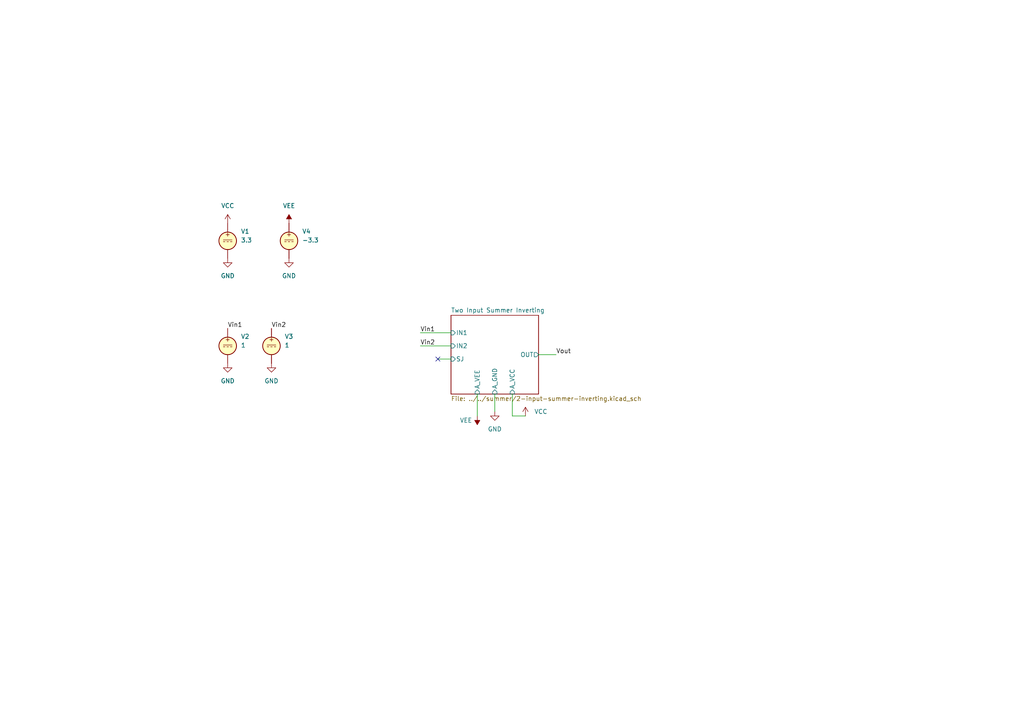
<source format=kicad_sch>
(kicad_sch (version 20211123) (generator eeschema)
  (paper "A4")
  (lib_symbols
    (symbol "Simulation_SPICE:VDC" (pin_numbers hide) (pin_names (offset 0.0254))
      (property "Reference" "V" (at 2.54 2.54 0))
      (property "Value" "VDC" (at 2.54 0 0))
      (property "Spice_Model" "dc(1)" (at 2.54 -2.54 0))
      (symbol "VDC_0_0"
        (polyline (pts (xy -1.27 0.254) (xy 1.27 0.254)))
        (polyline (pts (xy -0.762 -0.254) (xy -1.27 -0.254)))
        (polyline (pts (xy 0.254 -0.254) (xy -0.254 -0.254)))
        (polyline (pts (xy 1.27 -0.254) (xy 0.762 -0.254)))
        (text "+" (at 0 1.905 0) (effects (font (size 1.27 1.27))))
      )
      (symbol "VDC_0_1"
        (circle (center 0 0) (radius 2.54) (stroke (width 0.254)) (fill (type background)))
      )
      (symbol "VDC_1_1"
        (pin passive line (at 0 5.08 270) (length 2.54) (name "~") (number "1"))
        (pin passive line (at 0 -5.08 90) (length 2.54) (name "~") (number "2"))
      )
    )
    (symbol "power:GND" (power) (pin_names (offset 0))
      (property "Value" "GND" (at 0 -3.81 0))
      (symbol "GND_0_1"
        (polyline (pts (xy 0 0) (xy 0 -1.27) (xy 1.27 -1.27) (xy 0 -2.54) (xy -1.27 -1.27) (xy 0 -1.27)))
      )
      (symbol "GND_1_1"
        (pin power_in line (at 0 0 270) (length 0) hide (name "GND") (number "1"))
      )
    )
    (symbol "power:VCC" (power) (pin_names (offset 0))
      (property "Value" "VCC" (at 0 3.81 0))
      (symbol "VCC_0_1"
        (polyline (pts (xy -0.762 1.27) (xy 0 2.54)))
        (polyline (pts (xy 0 0) (xy 0 2.54)))
        (polyline (pts (xy 0 2.54) (xy 0.762 1.27)))
      )
      (symbol "VCC_1_1"
        (pin power_in line (at 0 0 90) (length 0) hide (name "VCC") (number "1"))
      )
    )
    (symbol "power:VEE" (power) (pin_names (offset 0))
      (property "Value" "VEE" (at 0 3.81 0))
      (symbol "VEE_0_1"
        (polyline (pts (xy 0 0) (xy 0 2.54)))
        (polyline (pts (xy 0.762 1.27) (xy -0.762 1.27) (xy 0 2.54) (xy 0.762 1.27)) (fill (type outline)))
      )
      (symbol "VEE_1_1"
        (pin power_in line (at 0 0 90) (length 0) hide (name "VEE") (number "1"))
      )
    )
  )
  (no_connect (at 127 104.14))
  (wire (pts (xy 143.51 114.3) (xy 143.51 119.38)))
  (wire (pts (xy 121.92 100.33) (xy 130.81 100.33)))
  (wire (pts (xy 127 104.14) (xy 130.81 104.14)))
  (wire (pts (xy 152.4 120.65) (xy 148.59 120.65)))
  (wire (pts (xy 121.92 96.52) (xy 130.81 96.52)))
  (wire (pts (xy 148.59 120.65) (xy 148.59 114.3)))
  (wire (pts (xy 138.43 114.3) (xy 138.43 120.65)))
  (wire (pts (xy 156.21 102.87) (xy 161.29 102.87)))
  (label "Vout" (at 161.29 102.87 0))
  (label "Vin1" (at 66.04 95.25 0))
  (label "Vin2" (at 121.92 100.33 0))
  (label "Vin1" (at 121.92 96.52 0))
  (label "Vin2" (at 78.74 95.25 0))
  (symbol (lib_id "Simulation_SPICE:VDC") (at 66.04 100.33 0) (unit 1)
    (property "Reference" "V2" (at 69.85 97.6001 0) (effects (justify left)))
    (property "Value" "VDC" (at 69.85 100.1401 0) (effects (justify left)))
    (property "Spice_Netlist_Enabled" "Y" (effects hide))
    (property "Spice_Primitive" "V" (effects hide))
    (property "Spice_Model" "dc(1)" (at 69.85 102.6801 0) (effects (justify left)))
  )
  (symbol (lib_id "power:VCC") (at 66.04 64.77 0) (unit 1)
    (property "Reference" "#PWR01" (effects hide))
    (property "Value" "VCC" (at 66.04 59.69 0))
  )
  (symbol (lib_id "power:VEE") (at 83.82 64.77 0) (unit 1)
    (property "Reference" "#PWR05" (effects hide))
    (property "Value" "VEE" (at 83.82 59.69 0))
  )
  (symbol (lib_id "power:VEE") (at 138.43 120.65 180) (unit 1)
    (property "Reference" "#PWR07" (effects hide))
    (property "Value" "VEE" (at 133.35 121.92 0) (effects (justify right)))
  )
  (symbol (lib_id "Simulation_SPICE:VDC") (at 83.82 69.85 0) (unit 1)
    (property "Reference" "V4" (at 87.63 67.1201 0) (effects (justify left)))
    (property "Value" "VDC" (at 87.63 69.6601 0) (effects (justify left)))
    (property "Spice_Netlist_Enabled" "Y" (effects hide))
    (property "Spice_Primitive" "V" (effects hide))
    (property "Spice_Model" "dc(-3.3)" (at 87.63 72.2001 0) (effects (justify left)))
  )
  (symbol (lib_id "Simulation_SPICE:VDC") (at 78.74 100.33 0) (unit 1)
    (property "Reference" "V3" (at 82.55 97.6001 0) (effects (justify left)))
    (property "Value" "VDC" (at 82.55 100.1401 0) (effects (justify left)))
    (property "Spice_Netlist_Enabled" "Y" (effects hide))
    (property "Spice_Primitive" "V" (effects hide))
    (property "Spice_Model" "dc(1)" (at 82.55 102.6801 0) (effects (justify left)))
  )
  (symbol (lib_id "power:GND") (at 78.74 105.41 0) (unit 1)
    (property "Reference" "#PWR04" (effects hide))
    (property "Value" "GND" (at 78.74 110.49 0))
  )
  (symbol (lib_id "power:GND") (at 143.51 119.38 0) (unit 1)
    (property "Reference" "#PWR08" (effects hide))
    (property "Value" "GND" (at 143.51 124.46 0))
  )
  (symbol (lib_id "power:GND") (at 66.04 74.93 0) (unit 1)
    (property "Reference" "#PWR02" (effects hide))
    (property "Value" "GND" (at 66.04 80.01 0))
  )
  (symbol (lib_id "power:VCC") (at 152.4 120.65 0) (unit 1)
    (property "Reference" "#PWR09" (effects hide))
    (property "Value" "VCC" (at 154.94 119.3799 0) (effects (justify left)))
  )
  (symbol (lib_id "power:GND") (at 83.82 74.93 0) (unit 1)
    (property "Reference" "#PWR06" (effects hide))
    (property "Value" "GND" (at 83.82 80.01 0))
  )
  (symbol (lib_id "Simulation_SPICE:VDC") (at 66.04 69.85 0) (unit 1)
    (property "Reference" "V1" (at 69.85 67.1201 0) (effects (justify left)))
    (property "Value" "VDC" (at 69.85 69.6601 0) (effects (justify left)))
    (property "Spice_Netlist_Enabled" "Y" (effects hide))
    (property "Spice_Primitive" "V" (effects hide))
    (property "Spice_Model" "dc(3.3)" (at 69.85 72.39 0) (effects (justify left)))
  )
  (symbol (lib_id "power:GND") (at 66.04 105.41 0) (unit 1)
    (property "Reference" "#PWR03" (effects hide))
    (property "Value" "GND" (at 66.04 110.49 0))
  )
  (sheet (at 130.81 91.44) (size 25.4 22.86) (stroke (width 0.1524))
    (property "Sheet name" "Two Input Summer Inverting" (at 130.81 90.7284 0) (effects (justify left bottom)))
    (property "Sheet file" "../../summer/2-input-summer-inverting.kicad_sch" (at 130.81 114.8846 0) (effects (justify left top)))
    (pin "A_VEE" input (at 138.43 114.3 270))
    (pin "IN1" input (at 130.81 96.52 180))
    (pin "IN2" input (at 130.81 100.33 180))
    (pin "A_GND" input (at 143.51 114.3 270))
    (pin "A_VCC" input (at 148.59 114.3 270))
    (pin "OUT" output (at 156.21 102.87 0))
    (pin "SJ" input (at 130.81 104.14 180))
  )
)
</source>
